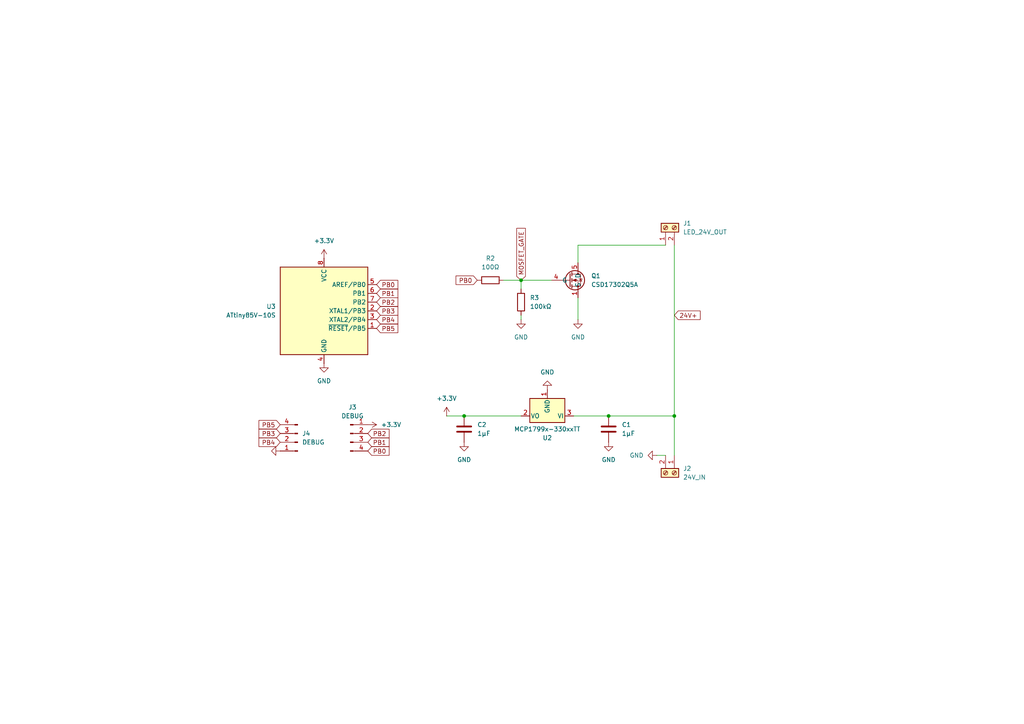
<source format=kicad_sch>
(kicad_sch (version 20250114) (generator "eeschema") (generator_version "9.0")
  (paper "A4")
  (lib_symbols
    (symbol "Connector:Conn_01x04_Pin" (pin_names (offset 1.016) (hide yes))
      (property "Reference" "J" (at 0 5.08 0))
      (property "Value" "Conn_01x04_Pin" (at 0 -7.62 0))
      (symbol "Conn_01x04_Pin_1_1"
        (rectangle (start 0.8636 2.667) (end 0 2.413) (stroke (width 0.1524)) (fill (type outline)))
        (rectangle (start 0.8636 0.127) (end 0 -0.127) (stroke (width 0.1524)) (fill (type outline)))
        (rectangle (start 0.8636 -2.413) (end 0 -2.667) (stroke (width 0.1524)) (fill (type outline)))
        (rectangle (start 0.8636 -4.953) (end 0 -5.207) (stroke (width 0.1524)) (fill (type outline)))
        (polyline (pts (xy 1.27 2.54) (xy 0.8636 2.54)) (stroke (width 0.1524)))
        (polyline (pts (xy 1.27 0) (xy 0.8636 0)) (stroke (width 0.1524)))
        (polyline (pts (xy 1.27 -2.54) (xy 0.8636 -2.54)) (stroke (width 0.1524)))
        (polyline (pts (xy 1.27 -5.08) (xy 0.8636 -5.08)) (stroke (width 0.1524)))
        (pin passive line (at 5.08 2.54 180) (length 3.81) (name "Pin_1") (number "1"))
        (pin passive line (at 5.08 0 180) (length 3.81) (name "Pin_2") (number "2"))
        (pin passive line (at 5.08 -2.54 180) (length 3.81) (name "Pin_3") (number "3"))
        (pin passive line (at 5.08 -5.08 180) (length 3.81) (name "Pin_4") (number "4"))
      )
    )
    (symbol "Connector:Screw_Terminal_01x02" (pin_names (offset 1.016) (hide yes))
      (property "Reference" "J" (at 0 2.54 0))
      (property "Value" "Screw_Terminal_01x02" (at 0 -5.08 0))
      (symbol "Screw_Terminal_01x02_1_1"
        (rectangle (start -1.27 1.27) (end 1.27 -3.81) (stroke (width 0.254)) (fill (type background)))
        (polyline (pts (xy -0.5334 0.3302) (xy 0.3302 -0.508)) (stroke (width 0.1524)))
        (polyline (pts (xy -0.5334 -2.2098) (xy 0.3302 -3.048)) (stroke (width 0.1524)))
        (polyline (pts (xy -0.3556 0.508) (xy 0.508 -0.3302)) (stroke (width 0.1524)))
        (polyline (pts (xy -0.3556 -2.032) (xy 0.508 -2.8702)) (stroke (width 0.1524)))
        (circle (center 0 0) (radius 0.635) (stroke (width 0.1524)))
        (circle (center 0 -2.54) (radius 0.635) (stroke (width 0.1524)))
        (pin passive line (at -5.08 0 0) (length 3.81) (name "Pin_1") (number "1"))
        (pin passive line (at -5.08 -2.54 0) (length 3.81) (name "Pin_2") (number "2"))
      )
    )
    (symbol "Device:C" (pin_numbers (hide yes)) (pin_names (offset 0.254))
      (property "Reference" "C" (at 0.635 2.54 0))
      (property "Value" "C" (at 0.635 -2.54 0))
      (symbol "C_0_1"
        (polyline (pts (xy -2.032 0.762) (xy 2.032 0.762)) (stroke (width 0.508)))
        (polyline (pts (xy -2.032 -0.762) (xy 2.032 -0.762)) (stroke (width 0.508)))
      )
      (symbol "C_1_1"
        (pin passive line (at 0 3.81 270) (length 2.794) (name "~") (number "1"))
        (pin passive line (at 0 -3.81 90) (length 2.794) (name "~") (number "2"))
      )
    )
    (symbol "Device:R" (pin_numbers (hide yes)) (pin_names (offset 0))
      (property "Reference" "R" (at 2.032 0 90))
      (property "Value" "R" (at 0 0 90))
      (symbol "R_0_1"
        (rectangle (start -1.016 -2.54) (end 1.016 2.54) (stroke (width 0.254)))
      )
      (symbol "R_1_1"
        (pin passive line (at 0 3.81 270) (length 1.27) (name "~") (number "1"))
        (pin passive line (at 0 -3.81 90) (length 1.27) (name "~") (number "2"))
      )
    )
    (symbol "MCU_Microchip_ATtiny:ATtiny85V-10S"
      (property "Reference" "U" (at -12.7 13.97 0))
      (property "Value" "ATtiny85V-10S" (at 2.54 -13.97 0))
      (symbol "ATtiny85V-10S_0_1"
        (rectangle (start -12.7 -12.7) (end 12.7 12.7) (stroke (width 0.254)) (fill (type background)))
      )
      (symbol "ATtiny85V-10S_1_1"
        (pin power_in line (at 0 15.24 270) (length 2.54) (name "VCC") (number "8"))
        (pin power_in line (at 0 -15.24 90) (length 2.54) (name "GND") (number "4"))
        (pin bidirectional line (at 15.24 7.62 180) (length 2.54) (name "AREF/PB0") (number "5"))
        (pin bidirectional line (at 15.24 5.08 180) (length 2.54) (name "PB1") (number "6"))
        (pin bidirectional line (at 15.24 2.54 180) (length 2.54) (name "PB2") (number "7"))
        (pin bidirectional line (at 15.24 0 180) (length 2.54) (name "XTAL1/PB3") (number "2"))
        (pin bidirectional line (at 15.24 -2.54 180) (length 2.54) (name "XTAL2/PB4") (number "3"))
        (pin bidirectional line (at 15.24 -5.08 180) (length 2.54) (name "~{RESET}/PB5") (number "1"))
      )
    )
    (symbol "Regulator_Linear:MCP1799x-330xxTT" (pin_names (offset 0.254))
      (property "Reference" "U" (at -3.81 3.175 0))
      (property "Value" "MCP1799x-330xxTT" (at 0 3.175 0))
      (symbol "MCP1799x-330xxTT_0_1"
        (rectangle (start -5.08 1.905) (end 5.08 -5.08) (stroke (width 0.254)) (fill (type background)))
      )
      (symbol "MCP1799x-330xxTT_1_1"
        (pin power_in line (at -7.62 0 0) (length 2.54) (name "VI") (number "3"))
        (pin power_in line (at 0 -7.62 90) (length 2.54) (name "GND") (number "1"))
        (pin power_out line (at 7.62 0 180) (length 2.54) (name "VO") (number "2"))
      )
    )
    (symbol "Screw_Terminal_01x02_1" (pin_names (offset 1.016) (hide yes))
      (property "Reference" "J" (at 0 2.54 0))
      (property "Value" "Screw_Terminal_01x02" (at 0 -5.08 0))
      (symbol "Screw_Terminal_01x02_1_1_1"
        (rectangle (start -1.27 1.27) (end 1.27 -3.81) (stroke (width 0.254)) (fill (type background)))
        (polyline (pts (xy -0.5334 0.3302) (xy 0.3302 -0.508)) (stroke (width 0.1524)))
        (polyline (pts (xy -0.5334 -2.2098) (xy 0.3302 -3.048)) (stroke (width 0.1524)))
        (polyline (pts (xy -0.3556 0.508) (xy 0.508 -0.3302)) (stroke (width 0.1524)))
        (polyline (pts (xy -0.3556 -2.032) (xy 0.508 -2.8702)) (stroke (width 0.1524)))
        (circle (center 0 0) (radius 0.635) (stroke (width 0.1524)))
        (circle (center 0 -2.54) (radius 0.635) (stroke (width 0.1524)))
        (pin passive line (at -5.08 0 0) (length 3.81) (name "Pin_1") (number "1"))
        (pin passive line (at -5.08 -2.54 0) (length 3.81) (name "Pin_2") (number "2"))
      )
    )
    (symbol "Transistor_FET:CSD17302Q5A"
      (property "Reference" "Q" (at 5.08 1.905 0))
      (property "Value" "CSD17302Q5A" (at 5.08 0 0))
      (symbol "CSD17302Q5A_0_1"
        (polyline (pts (xy 0.254 1.905) (xy 0.254 -1.905)) (stroke (width 0.254)))
        (polyline (pts (xy 0.254 0) (xy -2.54 0)))
        (polyline (pts (xy 0.762 2.286) (xy 0.762 1.27)) (stroke (width 0.254)))
        (polyline (pts (xy 0.762 0.508) (xy 0.762 -0.508)) (stroke (width 0.254)))
        (polyline (pts (xy 0.762 -1.27) (xy 0.762 -2.286)) (stroke (width 0.254)))
        (polyline (pts (xy 0.762 -1.778) (xy 3.302 -1.778) (xy 3.302 1.778) (xy 0.762 1.778)))
        (polyline (pts (xy 1.016 0) (xy 2.032 0.381) (xy 2.032 -0.381) (xy 1.016 0)) (fill (type outline)))
        (circle (center 1.651 0) (radius 2.794) (stroke (width 0.254)))
        (polyline (pts (xy 2.54 2.54) (xy 2.54 1.778)))
        (circle (center 2.54 1.778) (radius 0.254) (fill (type outline)))
        (circle (center 2.54 -1.778) (radius 0.254) (fill (type outline)))
        (polyline (pts (xy 2.54 -2.54) (xy 2.54 0) (xy 0.762 0)))
        (polyline (pts (xy 2.794 0.508) (xy 2.921 0.381) (xy 3.683 0.381) (xy 3.81 0.254)))
        (polyline (pts (xy 3.302 0.381) (xy 2.921 -0.254) (xy 3.683 -0.254) (xy 3.302 0.381)))
      )
      (symbol "CSD17302Q5A_1_1"
        (pin passive line (at -5.08 0 0) (length 2.54) (name "G") (number "4"))
        (pin passive line (at 2.54 5.08 270) (length 2.54) (name "D") (number "5"))
        (pin passive line (at 2.54 -5.08 90) (length 2.54) (name "S") (number "1"))
        (pin passive line (at 2.54 -5.08 90) (length 2.54) (hide yes) (name "S") (number "2"))
        (pin passive line (at 2.54 -5.08 90) (length 2.54) (hide yes) (name "S") (number "3"))
      )
    )
    (symbol "power:+3.3V" (power) (pin_numbers (hide yes)) (pin_names (offset 0) (hide yes))
      (property "Value" "+3.3V" (at 0 3.556 0))
      (symbol "+3.3V_0_1"
        (polyline (pts (xy -0.762 1.27) (xy 0 2.54)))
        (polyline (pts (xy 0 2.54) (xy 0.762 1.27)))
        (polyline (pts (xy 0 0) (xy 0 2.54)))
      )
      (symbol "+3.3V_1_1"
        (pin power_in line (at 0 0 90) (length 0) (name "~") (number "1"))
      )
    )
    (symbol "power:GND" (power) (pin_numbers (hide yes)) (pin_names (offset 0) (hide yes))
      (property "Value" "GND" (at 0 -3.81 0))
      (symbol "GND_0_1"
        (polyline (pts (xy 0 0) (xy 0 -1.27) (xy 1.27 -1.27) (xy 0 -2.54) (xy -1.27 -1.27) (xy 0 -1.27)))
      )
      (symbol "GND_1_1"
        (pin power_in line (at 0 0 270) (length 0) (name "~") (number "1"))
      )
    )
  )
  (junction (at 176.53 120.65))
  (junction (at 151.13 81.28))
  (junction (at 195.58 120.65))
  (junction (at 134.62 120.65))
  (wire (pts (xy 195.58 120.65) (xy 195.58 132.08)))
  (wire (pts (xy 151.13 81.28) (xy 160.02 81.28)))
  (wire (pts (xy 151.13 91.44) (xy 151.13 92.71)))
  (wire (pts (xy 190.5 132.08) (xy 193.04 132.08)))
  (wire (pts (xy 151.13 81.28) (xy 151.13 83.82)))
  (wire (pts (xy 167.64 71.12) (xy 167.64 76.2)))
  (wire (pts (xy 146.05 81.28) (xy 151.13 81.28)))
  (wire (pts (xy 134.62 120.65) (xy 151.13 120.65)))
  (wire (pts (xy 166.37 120.65) (xy 176.53 120.65)))
  (wire (pts (xy 195.58 71.12) (xy 195.58 120.65)))
  (wire (pts (xy 129.54 120.65) (xy 134.62 120.65)))
  (wire (pts (xy 167.64 71.12) (xy 193.04 71.12)))
  (wire (pts (xy 167.64 92.71) (xy 167.64 86.36)))
  (wire (pts (xy 176.53 120.65) (xy 195.58 120.65)))
  (global_label "PB3" (shape input) (at 81.28 125.73 180) (property "Intersheetrefs" "${INTERSHEET_REFS}" (effects (hide yes))))
  (global_label "PB1" (shape input) (at 109.22 85.09 0) (property "Intersheetrefs" "${INTERSHEET_REFS}" (effects (hide yes))))
  (global_label "PB0" (shape input) (at 138.43 81.28 180) (property "Intersheetrefs" "${INTERSHEET_REFS}" (effects (hide yes))))
  (global_label "PB5" (shape input) (at 109.22 95.25 0) (property "Intersheetrefs" "${INTERSHEET_REFS}" (effects (hide yes))))
  (global_label "PB5" (shape input) (at 81.28 123.19 180) (property "Intersheetrefs" "${INTERSHEET_REFS}" (effects (hide yes))))
  (global_label "24V+" (shape input) (at 195.58 91.44 0) (property "Intersheetrefs" "${INTERSHEET_REFS}" (effects (hide yes))))
  (global_label "MOSFET_GATE" (shape input) (at 151.13 81.28 90) (property "Intersheetrefs" "${INTERSHEET_REFS}" (effects (hide yes))))
  (global_label "PB0" (shape input) (at 109.22 82.55 0) (property "Intersheetrefs" "${INTERSHEET_REFS}" (effects (hide yes))))
  (global_label "PB2" (shape input) (at 109.22 87.63 0) (property "Intersheetrefs" "${INTERSHEET_REFS}" (effects (hide yes))))
  (global_label "PB4" (shape input) (at 81.28 128.27 180) (property "Intersheetrefs" "${INTERSHEET_REFS}" (effects (hide yes))))
  (global_label "PB1" (shape input) (at 106.68 128.27 0) (property "Intersheetrefs" "${INTERSHEET_REFS}" (effects (hide yes))))
  (global_label "PB2" (shape input) (at 106.68 125.73 0) (property "Intersheetrefs" "${INTERSHEET_REFS}" (effects (hide yes))))
  (global_label "PB0" (shape input) (at 106.68 130.81 0) (property "Intersheetrefs" "${INTERSHEET_REFS}" (effects (hide yes))))
  (global_label "PB4" (shape input) (at 109.22 92.71 0) (property "Intersheetrefs" "${INTERSHEET_REFS}" (effects (hide yes))))
  (global_label "PB3" (shape input) (at 109.22 90.17 0) (property "Intersheetrefs" "${INTERSHEET_REFS}" (effects (hide yes))))
  (symbol (lib_id "power:+3.3V") (at 93.98 74.93 0) (unit 1)
    (property "Reference" "#PWR04" (effects (hide yes)))
    (property "Value" "+3.3V" (at 93.98 69.85 0))
    (property "Description" "Power symbol creates a global label with name \"+3.3V\"" (effects (hide yes)))
  )
  (symbol (lib_id "power:GND") (at 134.62 128.27 0) (unit 1)
    (property "Reference" "#PWR012" (effects (hide yes)))
    (property "Value" "GND" (at 134.62 133.35 0))
    (property "Description" "Power symbol creates a global label with name \"GND\" , ground" (effects (hide yes)))
  )
  (symbol (lib_id "power:GND") (at 81.28 130.81 270) (unit 1)
    (property "Reference" "#PWR011" (effects (hide yes)))
    (property "Value" "GND" (effects (hide yes)))
    (property "Description" "Power symbol creates a global label with name \"GND\" , ground" (effects (hide yes)))
  )
  (symbol (lib_id "Device:R") (at 151.13 87.63 180) (unit 1)
    (property "Reference" "R3" (at 153.67 86.3599 0) (effects (justify right)))
    (property "Value" "100kΩ" (at 153.67 88.8999 0) (effects (justify right)))
    (property "Footprint" "Capacitor_SMD:C_0805_2012Metric" (effects (hide yes)))
    (property "Description" "Resistor" (effects (hide yes)))
    (property "LCSC" "C149504" (effects (hide yes)))
  )
  (symbol (lib_id "power:GND") (at 151.13 92.71 0) (unit 1)
    (property "Reference" "#PWR07" (effects (hide yes)))
    (property "Value" "GND" (at 151.13 97.79 0))
    (property "Description" "Power symbol creates a global label with name \"GND\" , ground" (effects (hide yes)))
  )
  (symbol (lib_id "Device:C") (at 134.62 124.46 0) (unit 1)
    (property "Reference" "C2" (at 138.43 123.1899 0) (effects (justify left)))
    (property "Value" "1μF" (at 138.43 125.7299 0) (effects (justify left)))
    (property "Footprint" "Capacitor_SMD:C_0805_2012Metric" (effects (hide yes)))
    (property "Description" "Unpolarized capacitor" (effects (hide yes)))
    (property "LCSC" "C28323" (effects (hide yes)))
  )
  (symbol (lib_id "power:GND") (at 190.5 132.08 270) (unit 1)
    (property "Reference" "#PWR05" (effects (hide yes)))
    (property "Value" "GND" (at 186.69 132.0799 90) (effects (justify right)))
    (property "Description" "Power symbol creates a global label with name \"GND\" , ground" (effects (hide yes)))
  )
  (symbol (lib_id "Device:R") (at 142.24 81.28 90) (unit 1)
    (property "Reference" "R2" (at 142.24 74.93 90))
    (property "Value" "100Ω" (at 142.24 77.47 90))
    (property "Footprint" "Capacitor_SMD:C_0805_2012Metric" (effects (hide yes)))
    (property "Description" "Resistor" (effects (hide yes)))
    (property "LCSC" "C17408" (effects (hide yes)))
  )
  (symbol (lib_id "Connector:Conn_01x04_Pin") (at 101.6 125.73 0) (unit 1)
    (property "Reference" "J3" (at 102.235 118.11 0))
    (property "Value" "DEBUG" (at 102.235 120.65 0))
    (property "Footprint" "Connector_PinHeader_2.54mm:PinHeader_1x04_P2.54mm_Vertical" (effects (hide yes)))
    (property "Description" "Generic connector, single row, 01x04, script generated" (effects (hide yes)))
  )
  (symbol (lib_id "power:GND") (at 158.75 113.03 180) (unit 1)
    (property "Reference" "#PWR08" (effects (hide yes)))
    (property "Value" "GND" (at 158.75 107.95 0))
    (property "Description" "Power symbol creates a global label with name \"GND\" , ground" (effects (hide yes)))
  )
  (symbol (lib_id "MCU_Microchip_ATtiny:ATtiny85V-10S") (at 93.98 90.17 0) (unit 1)
    (property "Reference" "U3" (at 80.01 88.8999 0) (effects (justify right)))
    (property "Value" "ATtiny85V-10S" (at 80.01 91.4399 0) (effects (justify right)))
    (property "Footprint" "Package_SO:SOIC-8_5.3x5.3mm_P1.27mm" (effects (hide yes)))
    (property "Datasheet" "http://ww1.microchip.com/downloads/en/DeviceDoc/atmel-2586-avr-8-bit-microcontroller-attiny25-attiny45-attiny85_datasheet.pdf" (effects (hide yes)))
    (property "Description" "10MHz, 8kB Flash, 512B SRAM, 512B EEPROM, debugWIRE, SOIC-8" (effects (hide yes)))
    (property "LCSC" "C152192" (effects (hide yes)))
  )
  (symbol (lib_id "Connector:Conn_01x04_Pin") (at 86.36 128.27 180) (unit 1)
    (property "Reference" "J4" (at 87.63 125.7299 0) (effects (justify right)))
    (property "Value" "DEBUG" (at 87.63 128.2699 0) (effects (justify right)))
    (property "Footprint" "Connector_PinHeader_2.54mm:PinHeader_1x04_P2.54mm_Vertical" (effects (hide yes)))
    (property "Description" "Generic connector, single row, 01x04, script generated" (effects (hide yes)))
  )
  (symbol (lib_id "power:+3.3V") (at 106.68 123.19 270) (unit 1)
    (property "Reference" "#PWR010" (effects (hide yes)))
    (property "Value" "+3.3V" (at 110.49 123.1899 90) (effects (justify left)))
    (property "Description" "Power symbol creates a global label with name \"+3.3V\"" (effects (hide yes)))
  )
  (symbol (lib_name "Screw_Terminal_01x02_1") (lib_id "Connector:Screw_Terminal_01x02") (at 195.58 137.16 270) (unit 1)
    (property "Reference" "J2" (at 198.12 135.8899 90) (effects (justify left)))
    (property "Value" "24V_IN" (at 198.12 138.4299 90) (effects (justify left)))
    (property "Footprint" "TerminalBlock_Phoenix:TerminalBlock_Phoenix_MPT-0,5-2-2.54_1x02_P2.54mm_Horizontal" (effects (hide yes)))
    (property "Description" "Generic screw terminal, single row, 01x02, script generated (kicad-library-utils/schlib/autogen/connector/)" (effects (hide yes)))
  )
  (symbol (lib_id "power:+3.3V") (at 129.54 120.65 0) (unit 1)
    (property "Reference" "#PWR09" (effects (hide yes)))
    (property "Value" "+3.3V" (at 129.54 115.57 0))
    (property "Description" "Power symbol creates a global label with name \"+3.3V\"" (effects (hide yes)))
  )
  (symbol (lib_id "power:GND") (at 176.53 128.27 0) (unit 1)
    (property "Reference" "#PWR013" (effects (hide yes)))
    (property "Value" "GND" (at 176.53 133.35 0))
    (property "Description" "Power symbol creates a global label with name \"GND\" , ground" (effects (hide yes)))
  )
  (symbol (lib_id "Connector:Screw_Terminal_01x02") (at 193.04 66.04 90) (unit 1)
    (property "Reference" "J1" (at 198.12 64.7699 90) (effects (justify right)))
    (property "Value" "LED_24V_OUT" (at 198.12 67.3099 90) (effects (justify right)))
    (property "Footprint" "TerminalBlock_Phoenix:TerminalBlock_Phoenix_MPT-0,5-2-2.54_1x02_P2.54mm_Horizontal" (effects (hide yes)))
    (property "Description" "Generic screw terminal, single row, 01x02, script generated (kicad-library-utils/schlib/autogen/connector/)" (effects (hide yes)))
  )
  (symbol (lib_id "Transistor_FET:CSD17302Q5A") (at 165.1 81.28 0) (unit 1)
    (property "Reference" "Q1" (at 171.45 80.0099 0) (effects (justify left)))
    (property "Value" "CSD17302Q5A" (at 171.45 82.5499 0) (effects (justify left)))
    (property "Footprint" "Package_TO_SOT_SMD:TDSON-8-1" (effects (hide yes)))
    (property "Datasheet" "http://www.ti.com/lit/gpn/csd17302q5a" (effects (hide yes)))
    (property "Description" "100A Id, 30V Vds, NexFET N-Channel Power MOSFET, 9mOhm Ron, Qg (typ) 5.4nC, SON8 5x6mm" (effects (hide yes)))
    (property "LCSC" "C553151" (effects (hide yes)))
  )
  (symbol (lib_id "power:GND") (at 167.64 92.71 0) (unit 1)
    (property "Reference" "#PWR06" (effects (hide yes)))
    (property "Value" "GND" (at 167.64 97.79 0))
    (property "Description" "Power symbol creates a global label with name \"GND\" , ground" (effects (hide yes)))
  )
  (symbol (lib_id "Regulator_Linear:MCP1799x-330xxTT") (at 158.75 120.65 180) (unit 1)
    (property "Reference" "U2" (at 158.75 127 0))
    (property "Value" "MCP1799x-330xxTT" (at 158.75 124.46 0))
    (property "Footprint" "Package_TO_SOT_SMD:SOT-23" (effects (hide yes)))
    (property "Datasheet" "https://ww1.microchip.com/downloads/en/DeviceDoc/MCP1799-Data-Sheet-20006248A.pdf" (effects (hide yes)))
    (property "Description" "80 mA High-Voltage Automotive LDO, 3.3V output, SOT-23" (effects (hide yes)))
    (property "LCSC" "C486069" (effects (hide yes)))
  )
  (symbol (lib_id "power:GND") (at 93.98 105.41 0) (unit 1)
    (property "Reference" "#PWR01" (effects (hide yes)))
    (property "Value" "GND" (at 93.98 110.49 0))
    (property "Description" "Power symbol creates a global label with name \"GND\" , ground" (effects (hide yes)))
  )
  (symbol (lib_id "Device:C") (at 176.53 124.46 0) (unit 1)
    (property "Reference" "C1" (at 180.34 123.1899 0) (effects (justify left)))
    (property "Value" "1μF" (at 180.34 125.7299 0) (effects (justify left)))
    (property "Footprint" "Capacitor_SMD:C_0805_2012Metric" (effects (hide yes)))
    (property "Description" "Unpolarized capacitor" (effects (hide yes)))
    (property "LCSC" "C28323" (effects (hide yes)))
  )
)
</source>
